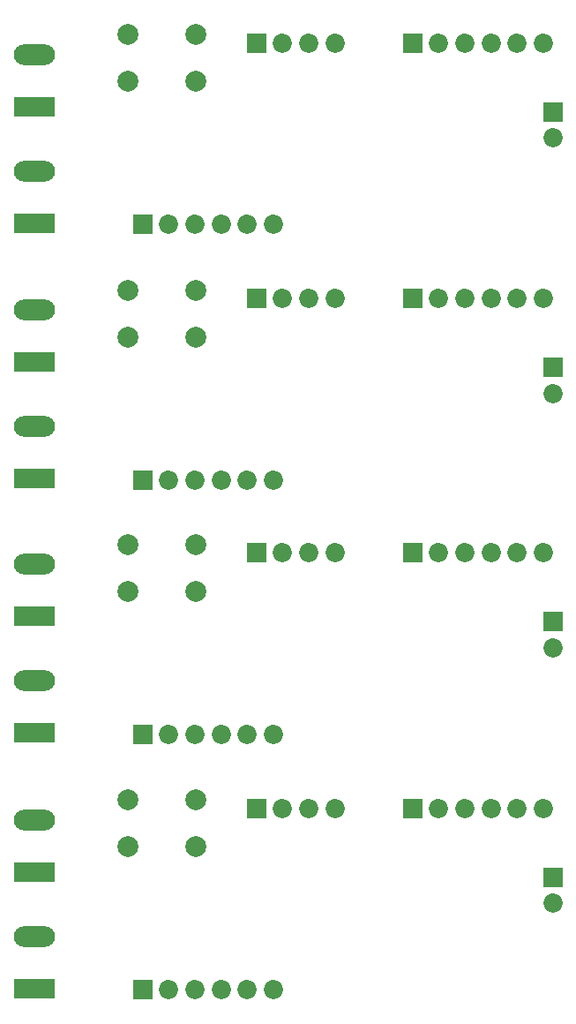
<source format=gbs>
G04 #@! TF.GenerationSoftware,KiCad,Pcbnew,5.1.8-5.1.8*
G04 #@! TF.CreationDate,2021-02-22T03:00:03+01:00*
G04 #@! TF.ProjectId,STM32L0LoraTx_4,53544d33-324c-4304-9c6f-726154785f34,rev?*
G04 #@! TF.SameCoordinates,Original*
G04 #@! TF.FileFunction,Soldermask,Bot*
G04 #@! TF.FilePolarity,Negative*
%FSLAX46Y46*%
G04 Gerber Fmt 4.6, Leading zero omitted, Abs format (unit mm)*
G04 Created by KiCad (PCBNEW 5.1.8-5.1.8) date 2021-02-22 03:00:03*
%MOMM*%
%LPD*%
G01*
G04 APERTURE LIST*
%ADD10O,3.960000X1.980000*%
%ADD11R,3.960000X1.980000*%
%ADD12R,1.850000X1.850000*%
%ADD13C,1.850000*%
%ADD14C,2.000000*%
G04 APERTURE END LIST*
D10*
G04 #@! TO.C,J3*
X93345000Y-85551000D03*
D11*
X93345000Y-90551000D03*
G04 #@! TD*
D12*
G04 #@! TO.C,J4*
X129667000Y-48768000D03*
D13*
X132167000Y-48768000D03*
X134667000Y-48768000D03*
X137167000Y-48768000D03*
X139667000Y-48768000D03*
X142167000Y-48768000D03*
G04 #@! TD*
G04 #@! TO.C,J4*
X142167000Y-73279000D03*
X139667000Y-73279000D03*
X137167000Y-73279000D03*
X134667000Y-73279000D03*
X132167000Y-73279000D03*
D12*
X129667000Y-73279000D03*
G04 #@! TD*
G04 #@! TO.C,J2*
X103759000Y-90678000D03*
D13*
X106259000Y-90678000D03*
X108759000Y-90678000D03*
X111259000Y-90678000D03*
X113759000Y-90678000D03*
X116259000Y-90678000D03*
G04 #@! TD*
G04 #@! TO.C,J6*
X143129000Y-57872000D03*
D12*
X143129000Y-55372000D03*
G04 #@! TD*
D11*
G04 #@! TO.C,J3*
X93345000Y-66040000D03*
D10*
X93345000Y-61040000D03*
G04 #@! TD*
D12*
G04 #@! TO.C,J6*
X143129000Y-79883000D03*
D13*
X143129000Y-82383000D03*
G04 #@! TD*
D12*
G04 #@! TO.C,J1*
X114681000Y-73279000D03*
D13*
X117181000Y-73279000D03*
X119681000Y-73279000D03*
X122181000Y-73279000D03*
G04 #@! TD*
G04 #@! TO.C,J1*
X122181000Y-48768000D03*
X119681000Y-48768000D03*
X117181000Y-48768000D03*
D12*
X114681000Y-48768000D03*
G04 #@! TD*
D14*
G04 #@! TO.C,RESET*
X102339000Y-52451000D03*
X102339000Y-47951000D03*
X108839000Y-52451000D03*
X108839000Y-47951000D03*
G04 #@! TD*
G04 #@! TO.C,RESET*
X108839000Y-72462000D03*
X108839000Y-76962000D03*
X102339000Y-72462000D03*
X102339000Y-76962000D03*
G04 #@! TD*
D11*
G04 #@! TO.C,J5*
X93345000Y-79375000D03*
D10*
X93345000Y-74375000D03*
G04 #@! TD*
G04 #@! TO.C,J5*
X93345000Y-49864000D03*
D11*
X93345000Y-54864000D03*
G04 #@! TD*
D13*
G04 #@! TO.C,J2*
X116259000Y-66167000D03*
X113759000Y-66167000D03*
X111259000Y-66167000D03*
X108759000Y-66167000D03*
X106259000Y-66167000D03*
D12*
X103759000Y-66167000D03*
G04 #@! TD*
D10*
G04 #@! TO.C,J3*
X93345000Y-109935000D03*
D11*
X93345000Y-114935000D03*
G04 #@! TD*
D12*
G04 #@! TO.C,J2*
X103759000Y-115062000D03*
D13*
X106259000Y-115062000D03*
X108759000Y-115062000D03*
X111259000Y-115062000D03*
X113759000Y-115062000D03*
X116259000Y-115062000D03*
G04 #@! TD*
D12*
G04 #@! TO.C,J1*
X114681000Y-97663000D03*
D13*
X117181000Y-97663000D03*
X119681000Y-97663000D03*
X122181000Y-97663000D03*
G04 #@! TD*
D11*
G04 #@! TO.C,J5*
X93345000Y-103759000D03*
D10*
X93345000Y-98759000D03*
G04 #@! TD*
D12*
G04 #@! TO.C,J6*
X143129000Y-104267000D03*
D13*
X143129000Y-106767000D03*
G04 #@! TD*
G04 #@! TO.C,J4*
X142167000Y-97663000D03*
X139667000Y-97663000D03*
X137167000Y-97663000D03*
X134667000Y-97663000D03*
X132167000Y-97663000D03*
D12*
X129667000Y-97663000D03*
G04 #@! TD*
D14*
G04 #@! TO.C,RESET*
X108839000Y-96846000D03*
X108839000Y-101346000D03*
X102339000Y-96846000D03*
X102339000Y-101346000D03*
G04 #@! TD*
D10*
G04 #@! TO.C,J5*
X93345000Y-123270000D03*
D11*
X93345000Y-128270000D03*
G04 #@! TD*
D13*
G04 #@! TO.C,J1*
X122181000Y-122174000D03*
X119681000Y-122174000D03*
X117181000Y-122174000D03*
D12*
X114681000Y-122174000D03*
G04 #@! TD*
D13*
G04 #@! TO.C,J2*
X116259000Y-139573000D03*
X113759000Y-139573000D03*
X111259000Y-139573000D03*
X108759000Y-139573000D03*
X106259000Y-139573000D03*
D12*
X103759000Y-139573000D03*
G04 #@! TD*
D11*
G04 #@! TO.C,J3*
X93345000Y-139446000D03*
D10*
X93345000Y-134446000D03*
G04 #@! TD*
D12*
G04 #@! TO.C,J4*
X129667000Y-122174000D03*
D13*
X132167000Y-122174000D03*
X134667000Y-122174000D03*
X137167000Y-122174000D03*
X139667000Y-122174000D03*
X142167000Y-122174000D03*
G04 #@! TD*
G04 #@! TO.C,J6*
X143129000Y-131278000D03*
D12*
X143129000Y-128778000D03*
G04 #@! TD*
D14*
G04 #@! TO.C,RESET*
X102339000Y-125857000D03*
X102339000Y-121357000D03*
X108839000Y-125857000D03*
X108839000Y-121357000D03*
G04 #@! TD*
M02*

</source>
